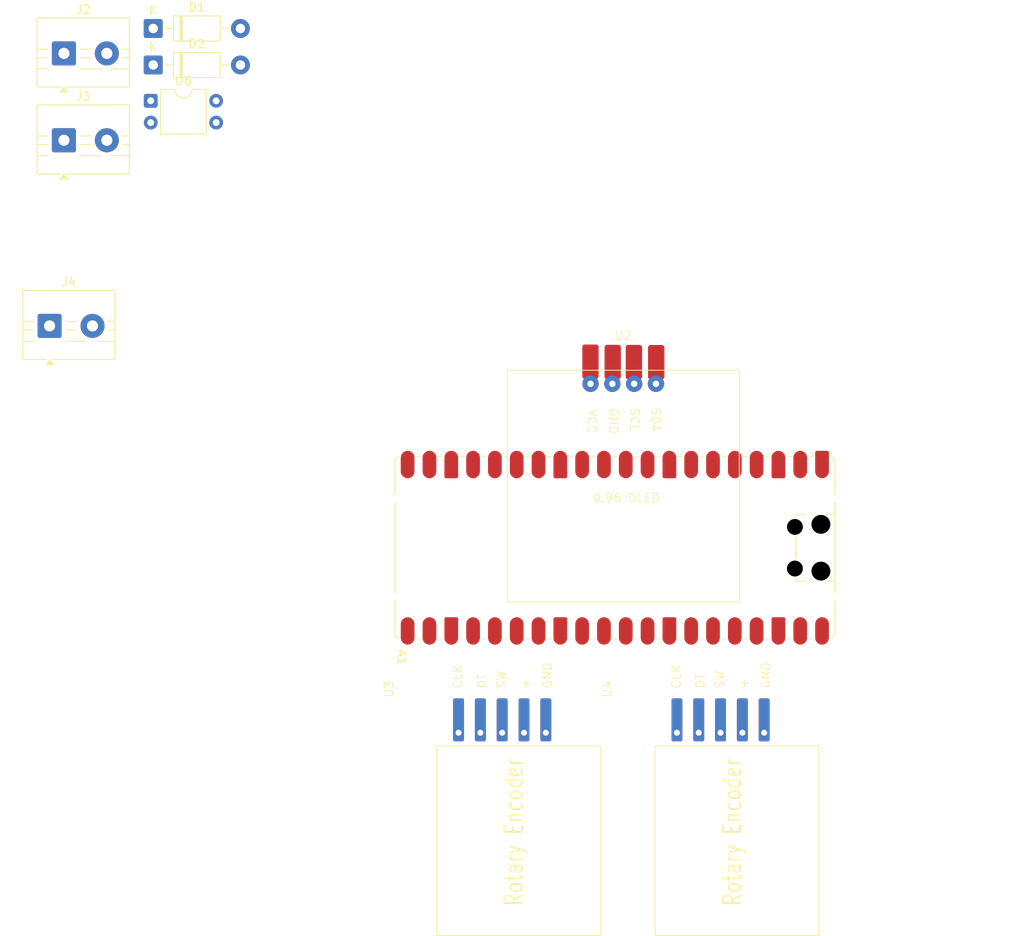
<source format=kicad_pcb>
(kicad_pcb (version 20241229) (generator "pcbnew") (generator_version "9.0")
  (layers (0 "F.Cu" signal) (2 "B.Cu" signal) (13 "F.Paste" user) (15 "B.Paste" user) (5 "F.SilkS" user "F.Silkscreen") (7 "B.SilkS" user "B.Silkscreen") (1 "F.Mask" user) (3 "B.Mask" user) (25 "Edge.Cuts" user))
  (net 0 "")
  (net 2 "SDA")
  (net 3 "GND")
  (net 23 "+3.3V")
  (net 24 "VSYS")
  (net 27 "SCL")
  (net 29 "Net-(D1-A)")
  (net 30 "Net-(D1-K)")
  (net 31 "Net-(D2-A)")
  (net 32 "Net-(J2-Pin_2)")
  (net 33 "Net-(J2-Pin_1)")
  (net 34 "Net-(J3-Pin_2)")
  (net 35 "Net-(J3-Pin_1)")
  (net 36 "Net-(J4-Pin_2)")
  (net 37 "Net-(J4-Pin_1)")
  (net 38 "/External_GPIO")
  (net 39 "/External_GND")
  (net 40 "Net-(R1-Pad2)")
  (net 41 "Left_RE_CLK")
  (net 42 "Left_RE_DT")
  (net 43 "Right_RE_SW")
  (net 44 "Right_RE_DT")
  (net 45 "Left_RE_SW")
  (net 46 "Right_RE_CLK")
  (footprint "TerminalBlock:TerminalBlock_MaiXu_MX126-5.0-02P_1x02_P5.00mm" (layer "F.Cu") (at 45.375 87.525)
    (property "Reference" "J4" (at 2.25 -5.12 0) (layer "F.SilkS"))
    (property "Value" "Screw_Terminal_01x02")
    (fp_line (start -3.12 -4.12) (end 7.62 -4.12) (stroke (width 0.12)) (layer "F.SilkS"))
    (fp_line (start -3.12 -0.5) (end -1.88 -0.5) (stroke (width 0.12)) (layer "F.SilkS"))
    (fp_line (start -3.12 0.5) (end -1.88 0.5) (stroke (width 0.12)) (layer "F.SilkS"))
    (fp_line (start -3.12 1.8) (end -1.88 1.8) (stroke (width 0.12)) (layer "F.SilkS"))
    (fp_line (start -3.12 3.92) (end -3.12 -4.12) (stroke (width 0.12)) (layer "F.SilkS"))
    (fp_line (start -0.3 3.92) (end -3.12 3.92) (stroke (width 0.12)) (layer "F.SilkS"))
    (fp_line (start 1.88 -0.5) (end 3.188 -0.5) (stroke (width 0.12)) (layer "F.SilkS"))
    (fp_line (start 1.88 0.5) (end 3.188 0.5) (stroke (width 0.12)) (layer "F.SilkS"))
    (fp_line (start 1.88 1.8) (end 4.457 1.8) (stroke (width 0.12)) (layer "F.SilkS"))
    (fp_line (start 5.543 1.8) (end 7.62 1.8) (stroke (width 0.12)) (layer "F.SilkS"))
    (fp_line (start 6.812 -0.5) (end 7.62 -0.5) (stroke (width 0.12)) (layer "F.SilkS"))
    (fp_line (start 6.812 0.5) (end 7.62 0.5) (stroke (width 0.12)) (layer "F.SilkS"))
    (fp_line (start 7.62 -4.12) (end 7.62 3.92) (stroke (width 0.12)) (layer "F.SilkS"))
    (fp_line (start 7.62 3.92) (end 0.3 3.92) (stroke (width 0.12)) (layer "F.SilkS"))
    (fp_poly (pts (xy 0 3.92) (xy 0.44 4.53) (xy -0.44 4.53)) (stroke (width 0.12)) (fill yes) (layer "F.SilkS"))
    (pad "1" thru_hole roundrect (at 0 0) (size 2.8 2.8) (drill 1.3) (layers "*.Cu" "*.Mask") (roundrect_rratio 0.089286) (net 37 "Net-(J4-Pin_1)"))
    (pad "2" thru_hole circle (at 5 0) (size 2.8 2.8) (drill 1.3) (layers "*.Cu" "*.Mask") (net 36 "Net-(J4-Pin_2)"))
  )
  (footprint "Taunoe_footprints:Tauno_Rotary_Encoder" (layer "F.Cu") (at 85.385 129.824 90)
    (property "Reference" "U3" (at 0 -0.5 90) (layer "F.SilkS") (effects (font (thickness 0.1))))
    (property "Value" "~")
    (fp_rect (start -28.702 5.08) (end -6.604 24.13) (stroke (width 0.1)) (fill no) (layer "F.SilkS"))
    (fp_text user "DT" (at 0 10.922 90) (layer "F.SilkS") (effects (font (thickness 0.1)) (justify left bottom)))
    (fp_text user "+" (at 0 16.002 90) (layer "F.SilkS") (effects (font (thickness 0.1)) (justify left bottom)))
    (fp_text user "SW" (at 0 13.208 90) (layer "F.SilkS") (effects (font (thickness 0.1)) (justify left bottom)))
    (fp_text user "Rotary Encoder" (at -25.4 15.24 90) (layer "F.SilkS") (effects (font (size 2 1.5) (thickness 0.2)) (justify left bottom)))
    (fp_text user "GND" (at 0 18.542 90) (layer "F.SilkS") (effects (font (thickness 0.1)) (justify left bottom)))
    (fp_text user "CLK" (at 0 8.128 90) (layer "F.SilkS") (effects (font (thickness 0.1)) (justify left bottom)))
    (pad "1" thru_hole roundrect (at -5.08 7.62 90) (size 5 1.27) (drill 0.7 (offset 1.5 0)) (layers "*.Cu" "*.Mask") (roundrect_rratio 0.15) (net 41 "Left_RE_CLK"))
    (pad "2" thru_hole roundrect (at -5.08 10.16 90) (size 5 1.27) (drill 0.7 (offset 1.5 0)) (layers "*.Cu" "*.Mask") (roundrect_rratio 0.15) (net 42 "Left_RE_DT"))
    (pad "3" thru_hole roundrect (at -5.08 12.7 90) (size 5 1.27) (drill 0.7 (offset 1.5 0)) (layers "*.Cu" "*.Mask") (roundrect_rratio 0.15) (net 45 "Left_RE_SW"))
    (pad "4" thru_hole roundrect (at -5.08 15.24 90) (size 5 1.27) (drill 0.7 (offset 1.5 0)) (layers "*.Cu" "*.Mask") (roundrect_rratio 0.15) (net 23 "+3.3V"))
    (pad "5" thru_hole roundrect (at -5.08 17.78 90) (size 5 1.27) (drill 0.7 (offset 1.5 0)) (layers "*.Cu" "*.Mask") (roundrect_rratio 0.15) (net 3 "GND"))
  )
  (footprint "TerminalBlock:TerminalBlock_MaiXu_MX126-5.0-02P_1x02_P5.00mm" (layer "F.Cu") (at 47.045 55.79)
    (property "Reference" "J2" (at 2.25 -5.12 0) (layer "F.SilkS"))
    (property "Value" "Screw_Terminal_01x02")
    (fp_line (start -3.12 -4.12) (end 7.62 -4.12) (stroke (width 0.12)) (layer "F.SilkS"))
    (fp_line (start -3.12 -0.5) (end -1.88 -0.5) (stroke (width 0.12)) (layer "F.SilkS"))
    (fp_line (start -3.12 0.5) (end -1.88 0.5) (stroke (width 0.12)) (layer "F.SilkS"))
    (fp_line (start -3.12 1.8) (end -1.88 1.8) (stroke (width 0.12)) (layer "F.SilkS"))
    (fp_line (start -3.12 3.92) (end -3.12 -4.12) (stroke (width 0.12)) (layer "F.SilkS"))
    (fp_line (start -0.3 3.92) (end -3.12 3.92) (stroke (width 0.12)) (layer "F.SilkS"))
    (fp_line (start 1.88 -0.5) (end 3.188 -0.5) (stroke (width 0.12)) (layer "F.SilkS"))
    (fp_line (start 1.88 0.5) (end 3.188 0.5) (stroke (width 0.12)) (layer "F.SilkS"))
    (fp_line (start 1.88 1.8) (end 4.457 1.8) (stroke (width 0.12)) (layer "F.SilkS"))
    (fp_line (start 5.543 1.8) (end 7.62 1.8) (stroke (width 0.12)) (layer "F.SilkS"))
    (fp_line (start 6.812 -0.5) (end 7.62 -0.5) (stroke (width 0.12)) (layer "F.SilkS"))
    (fp_line (start 6.812 0.5) (end 7.62 0.5) (stroke (width 0.12)) (layer "F.SilkS"))
    (fp_line (start 7.62 -4.12) (end 7.62 3.92) (stroke (width 0.12)) (layer "F.SilkS"))
    (fp_line (start 7.62 3.92) (end 0.3 3.92) (stroke (width 0.12)) (layer "F.SilkS"))
    (fp_poly (pts (xy 0 3.92) (xy 0.44 4.53) (xy -0.44 4.53)) (stroke (width 0.12)) (fill yes) (layer "F.SilkS"))
    (pad "1" thru_hole roundrect (at 0 0) (size 2.8 2.8) (drill 1.3) (layers "*.Cu" "*.Mask") (roundrect_rratio 0.089286) (net 33 "Net-(J2-Pin_1)"))
    (pad "2" thru_hole circle (at 5 0) (size 2.8 2.8) (drill 1.3) (layers "*.Cu" "*.Mask") (net 32 "Net-(J2-Pin_2)"))
  )
  (footprint "Diode_THT:D_DO-41_SOD81_P10.16mm_Horizontal" (layer "F.Cu") (at 57.445 52.89)
    (property "Reference" "D1" (at 5.08 -2.47 0) (layer "F.SilkS"))
    (property "Value" "1N4007")
    (fp_line (start 1.34 0) (end 2.36 0) (stroke (width 0.12)) (layer "F.SilkS"))
    (fp_line (start 3.14 -1.47) (end 3.14 1.47) (stroke (width 0.12)) (layer "F.SilkS"))
    (fp_line (start 3.26 -1.47) (end 3.26 1.47) (stroke (width 0.12)) (layer "F.SilkS"))
    (fp_line (start 3.38 -1.47) (end 3.38 1.47) (stroke (width 0.12)) (layer "F.SilkS"))
    (fp_line (start 8.82 0) (end 7.8 0) (stroke (width 0.12)) (layer "F.SilkS"))
    (fp_rect (start 2.36 -1.47) (end 7.8 1.47) (stroke (width 0.12)) (fill no) (layer "F.SilkS"))
    (fp_text user "K" (at 0 -2.1 0) (layer "F.SilkS"))
    (pad "1" thru_hole roundrect (at 0 0) (size 2.2 2.2) (drill 1.1) (layers "*.Cu" "*.Mask") (roundrect_rratio 0.113636) (net 30 "Net-(D1-K)"))
    (pad "2" thru_hole circle (at 10.16 0) (size 2.2 2.2) (drill 1.1) (layers "*.Cu" "*.Mask") (net 29 "Net-(D1-A)"))
  )
  (footprint "Package_DIP:DIP-4_W7.62mm" (layer "F.Cu") (at 57.155 61.31)
    (property "Reference" "U6" (at 3.81 -2.33 0) (layer "F.SilkS"))
    (property "Value" "PC817")
    (fp_line (start 1.16 -1.33) (end 1.16 3.87) (stroke (width 0.12)) (layer "F.SilkS"))
    (fp_line (start 1.16 3.87) (end 6.46 3.87) (stroke (width 0.12)) (layer "F.SilkS"))
    (fp_line (start 2.81 -1.33) (end 1.16 -1.33) (stroke (width 0.12)) (layer "F.SilkS"))
    (fp_line (start 6.46 -1.33) (end 4.81 -1.33) (stroke (width 0.12)) (layer "F.SilkS"))
    (fp_line (start 6.46 3.87) (end 6.46 -1.33) (stroke (width 0.12)) (layer "F.SilkS"))
    (fp_arc (start 4.81 -1.33) (mid 3.81 -0.33) (end 2.81 -1.33) (stroke (width 0.12)) (layer "F.SilkS"))
    (pad "1" thru_hole roundrect (at 0 0) (size 1.6 1.6) (drill 0.8) (layers "*.Cu" "*.Mask") (roundrect_rratio 0.15625) (net 40 "Net-(R1-Pad2)"))
    (pad "2" thru_hole circle (at 0 2.54) (size 1.6 1.6) (drill 0.8) (layers "*.Cu" "*.Mask") (net 3 "GND"))
    (pad "3" thru_hole circle (at 7.62 2.54) (size 1.6 1.6) (drill 0.8) (layers "*.Cu" "*.Mask") (net 39 "/External_GND"))
    (pad "4" thru_hole circle (at 7.62 0) (size 1.6 1.6) (drill 0.8) (layers "*.Cu" "*.Mask") (net 38 "/External_GPIO"))
  )
  (footprint "TerminalBlock:TerminalBlock_MaiXu_MX126-5.0-02P_1x02_P5.00mm" (layer "F.Cu") (at 47.045 65.905)
    (property "Reference" "J3" (at 2.25 -5.12 0) (layer "F.SilkS"))
    (property "Value" "Screw_Terminal_01x02")
    (fp_line (start -3.12 -4.12) (end 7.62 -4.12) (stroke (width 0.12)) (layer "F.SilkS"))
    (fp_line (start -3.12 -0.5) (end -1.88 -0.5) (stroke (width 0.12)) (layer "F.SilkS"))
    (fp_line (start -3.12 0.5) (end -1.88 0.5) (stroke (width 0.12)) (layer "F.SilkS"))
    (fp_line (start -3.12 1.8) (end -1.88 1.8) (stroke (width 0.12)) (layer "F.SilkS"))
    (fp_line (start -3.12 3.92) (end -3.12 -4.12) (stroke (width 0.12)) (layer "F.SilkS"))
    (fp_line (start -0.3 3.92) (end -3.12 3.92) (stroke (width 0.12)) (layer "F.SilkS"))
    (fp_line (start 1.88 -0.5) (end 3.188 -0.5) (stroke (width 0.12)) (layer "F.SilkS"))
    (fp_line (start 1.88 0.5) (end 3.188 0.5) (stroke (width 0.12)) (layer "F.SilkS"))
    (fp_line (start 1.88 1.8) (end 4.457 1.8) (stroke (width 0.12)) (layer "F.SilkS"))
    (fp_line (start 5.543 1.8) (end 7.62 1.8) (stroke (width 0.12)) (layer "F.SilkS"))
    (fp_line (start 6.812 -0.5) (end 7.62 -0.5) (stroke (width 0.12)) (layer "F.SilkS"))
    (fp_line (start 6.812 0.5) (end 7.62 0.5) (stroke (width 0.12)) (layer "F.SilkS"))
    (fp_line (start 7.62 -4.12) (end 7.62 3.92) (stroke (width 0.12)) (layer "F.SilkS"))
    (fp_line (start 7.62 3.92) (end 0.3 3.92) (stroke (width 0.12)) (layer "F.SilkS"))
    (fp_poly (pts (xy 0 3.92) (xy 0.44 4.53) (xy -0.44 4.53)) (stroke (width 0.12)) (fill yes) (layer "F.SilkS"))
    (pad "1" thru_hole roundrect (at 0 0) (size 2.8 2.8) (drill 1.3) (layers "*.Cu" "*.Mask") (roundrect_rratio 0.089286) (net 35 "Net-(J3-Pin_1)"))
    (pad "2" thru_hole circle (at 5 0) (size 2.8 2.8) (drill 1.3) (layers "*.Cu" "*.Mask") (net 34 "Net-(J3-Pin_2)"))
  )
  (footprint "Taunoe_footprints:Tauno_Rotary_Encoder" (layer "F.Cu") (at 110.815 129.824 90)
    (property "Reference" "U4" (at 0 -0.5 90) (layer "F.SilkS") (effects (font (thickness 0.1))))
    (property "Value" "~")
    (fp_rect (start -28.702 5.08) (end -6.604 24.13) (stroke (width 0.1)) (fill no) (layer "F.SilkS"))
    (fp_text user "DT" (at 0 10.922 90) (layer "F.SilkS") (effects (font (thickness 0.1)) (justify left bottom)))
    (fp_text user "SW" (at 0 13.208 90) (layer "F.SilkS") (effects (font (thickness 0.1)) (justify left bottom)))
    (fp_text user "CLK" (at 0 8.128 90) (layer "F.SilkS") (effects (font (thickness 0.1)) (justify left bottom)))
    (fp_text user "+" (at 0 16.002 90) (layer "F.SilkS") (effects (font (thickness 0.1)) (justify left bottom)))
    (fp_text user "GND" (at 0 18.542 90) (layer "F.SilkS") (effects (font (thickness 0.1)) (justify left bottom)))
    (fp_text user "Rotary Encoder" (at -25.4 15.24 90) (layer "F.SilkS") (effects (font (size 2 1.5) (thickness 0.2)) (justify left bottom)))
    (pad "1" thru_hole roundrect (at -5.08 7.62 90) (size 5 1.27) (drill 0.7 (offset 1.5 0)) (layers "*.Cu" "*.Mask") (roundrect_rratio 0.15) (net 46 "Right_RE_CLK"))
    (pad "2" thru_hole roundrect (at -5.08 10.16 90) (size 5 1.27) (drill 0.7 (offset 1.5 0)) (layers "*.Cu" "*.Mask") (roundrect_rratio 0.15) (net 44 "Right_RE_DT"))
    (pad "3" thru_hole roundrect (at -5.08 12.7 90) (size 5 1.27) (drill 0.7 (offset 1.5 0)) (layers "*.Cu" "*.Mask") (roundrect_rratio 0.15) (net 43 "Right_RE_SW"))
    (pad "4" thru_hole roundrect (at -5.08 15.24 90) (size 5 1.27) (drill 0.7 (offset 1.5 0)) (layers "*.Cu" "*.Mask") (roundrect_rratio 0.15) (net 23 "+3.3V"))
    (pad "5" thru_hole roundrect (at -5.08 17.78 90) (size 5 1.27) (drill 0.7 (offset 1.5 0)) (layers "*.Cu" "*.Mask") (roundrect_rratio 0.15) (net 3 "GND"))
  )
  (footprint "Module:RaspberryPi_Pico_Common_SMD" (layer "F.Cu") (at 111.205 113.36 -90)
    (property "Reference" "A1" (at 11.7475 24.765 270) (layer "F.SilkS") (effects (justify left)))
    (property "Value" "RaspberryPi_Pico")
    (fp_line (start -10 25.61) (end -6.162061 25.61) (stroke (width 0.12)) (layer "F.SilkS"))
    (fp_line (start -3.6 25.61) (end -5.237939 25.61) (stroke (width 0.12)) (layer "F.SilkS"))
    (fp_line (start 3.6 25.61) (end -3.6 25.61) (stroke (width 0.12)) (layer "F.SilkS"))
    (fp_line (start 5.237939 25.61) (end 3.6 25.61) (stroke (width 0.12)) (layer "F.SilkS"))
    (fp_line (start 6.162061 25.61) (end 10 25.61) (stroke (width 0.12)) (layer "F.SilkS"))
    (fp_line (start -10.61 22.65) (end -10.61 23.07) (stroke (width 0.12)) (layer "F.SilkS"))
    (fp_line (start 10.61 22.65) (end 10.61 23.07) (stroke (width 0.12)) (layer "F.SilkS"))
    (fp_line (start -10.61 20.11) (end -10.61 20.53) (stroke (width 0.12)) (layer "F.SilkS"))
    (fp_line (start 10.61 20.11) (end 10.61 20.53) (stroke (width 0.12)) (layer "F.SilkS"))
    (fp_line (start -10.61 17.57) (end -10.61 17.99) (stroke (width 0.12)) (layer "F.SilkS"))
    (fp_line (start 10.61 17.57) (end 10.61 17.99) (stroke (width 0.12)) (layer "F.SilkS"))
    (fp_line (start -10.61 15.03) (end -10.61 15.45) (stroke (width 0.12)) (layer "F.SilkS"))
    (fp_line (start 10.61 15.03) (end 10.61 15.45) (stroke (width 0.12)) (layer "F.SilkS"))
    (fp_line (start -10.61 12.49) (end -10.61 12.91) (stroke (width 0.12)) (layer "F.SilkS"))
    (fp_line (start 10.61 12.49) (end 10.61 12.91) (stroke (width 0.12)) (layer "F.SilkS"))
    (fp_line (start -10.61 9.95) (end -10.61 10.37) (stroke (width 0.12)) (layer "F.SilkS"))
    (fp_line (start 10.61 9.95) (end 10.61 10.37) (stroke (width 0.12)) (layer "F.SilkS"))
    (fp_line (start -10.61 7.41) (end -10.61 7.83) (stroke (width 0.12)) (layer "F.SilkS"))
    (fp_line (start 10.61 7.41) (end 10.61 7.83) (stroke (width 0.12)) (layer "F.SilkS"))
    (fp_line (start -10.61 4.87) (end -10.61 5.29) (stroke (width 0.12)) (layer "F.SilkS"))
    (fp_line (start 10.61 4.87) (end 10.61 5.29) (stroke (width 0.12)) (layer "F.SilkS"))
    (fp_line (start -10.61 2.33) (end -10.61 2.75) (stroke (width 0.12)) (layer "F.SilkS"))
    (fp_line (start 10.61 2.33) (end 10.61 2.75) (stroke (width 0.12)) (layer "F.SilkS"))
    (fp_line (start -10.61 -0.21) (end -10.61 0.21) (stroke (width 0.12)) (layer "F.SilkS"))
    (fp_line (start 10.61 -0.21) (end 10.61 0.21) (stroke (width 0.12)) (layer "F.SilkS"))
    (fp_line (start -10.61 -2.75) (end -10.61 -2.33) (stroke (width 0.12)) (layer "F.SilkS"))
    (fp_line (start 10.61 -2.75) (end 10.61 -2.33) (stroke (width 0.12)) (layer "F.SilkS"))
    (fp_line (start -10.61 -5.29) (end -10.61 -4.87) (stroke (width 0.12)) (layer "F.SilkS"))
    (fp_line (start 10.61 -5.29) (end 10.61 -4.87) (stroke (width 0.12)) (layer "F.SilkS"))
    (fp_line (start -10.61 -7.83) (end -10.61 -7.41) (stroke (width 0.12)) (layer "F.SilkS"))
    (fp_line (start 10.61 -7.83) (end 10.61 -7.41) (stroke (width 0.12)) (layer "F.SilkS"))
    (fp_line (start -10.61 -10.37) (end -10.61 -9.95) (stroke (width 0.12)) (layer "F.SilkS"))
    (fp_line (start 10.61 -10.37) (end 10.61 -9.95) (stroke (width 0.12)) (layer "F.SilkS"))
    (fp_line (start -10.61 -12.91) (end -10.61 -12.49) (stroke (width 0.12)) (layer "F.SilkS"))
    (fp_line (start 10.61 -12.91) (end 10.61 -12.49) (stroke (width 0.12)) (layer "F.SilkS"))
    (fp_line (start -10.61 -15.45) (end -10.61 -15.03) (stroke (width 0.12)) (layer "F.SilkS"))
    (fp_line (start 10.61 -15.45) (end 10.61 -15.03) (stroke (width 0.12)) (layer "F.SilkS"))
    (fp_line (start -10.61 -17.99) (end -10.61 -17.57) (stroke (width 0.12)) (layer "F.SilkS"))
    (fp_line (start 10.61 -17.99) (end 10.61 -17.57) (stroke (width 0.12)) (layer "F.SilkS"))
    (fp_line (start -10.61 -20.53) (end -10.61 -20.11) (stroke (width 0.12)) (layer "F.SilkS"))
    (fp_line (start 10.61 -20.53) (end 10.61 -20.11) (stroke (width 0.12)) (layer "F.SilkS"))
    (fp_line (start -3.9 -21.09) (end -3.60391 -21.09) (stroke (width 0.12)) (layer "F.SilkS"))
    (fp_line (start -1.24609 -21.09) (end 1.24609 -21.09) (stroke (width 0.12)) (layer "F.SilkS"))
    (fp_line (start 3.60391 -21.09) (end 3.9 -21.09) (stroke (width 0.12)) (layer "F.SilkS"))
    (fp_line (start -3.9 -22.306) (end -3.9 -21.09) (stroke (width 0.12)) (layer "F.SilkS"))
    (fp_line (start 3.9 -22.306) (end 3.9 -21.09) (stroke (width 0.12)) (layer "F.SilkS"))
    (fp_line (start -10.61 -23.07) (end -10.61 -22.65) (stroke (width 0.12)) (layer "F.SilkS"))
    (fp_line (start -10.61 -23.07) (end -11.09 -23.07) (stroke (width 0.12)) (layer "F.SilkS"))
    (fp_line (start 10.61 -23.07) (end 10.61 -22.65) (stroke (width 0.12)) (layer "F.SilkS"))
    (fp_line (start -10.579676 -25.19) (end -11.09 -25.19) (stroke (width 0.12)) (layer "F.SilkS"))
    (fp_line (start -10 -25.61) (end -7.51 -25.61) (stroke (width 0.12)) (layer "F.SilkS"))
    (fp_line (start -7.51 -25.61) (end -6.16206 -25.61) (stroke (width 0.12)) (layer "F.SilkS"))
    (fp_line (start -5.237939 -25.61) (end -4.235 -25.61) (stroke (width 0.12)) (layer "F.SilkS"))
    (fp_line (start -4.235 -25.61) (end 4.235 -25.61) (stroke (width 0.12)) (layer "F.SilkS"))
    (fp_line (start -3.9 -25.61) (end -3.9 -24.694) (stroke (width 0.12)) (layer "F.SilkS"))
    (fp_line (start 3.9 -25.61) (end 3.9 -24.694) (stroke (width 0.12)) (layer "F.SilkS"))
    (fp_line (start 4.235 -25.61) (end 5.237939 -25.61) (stroke (width 0.12)) (layer "F.SilkS"))
    (fp_line (start 6.162061 -25.61) (end 7.51 -25.61) (stroke (width 0.12)) (layer "F.SilkS"))
    (fp_line (start 10 -25.61) (end 7.51 -25.61) (stroke (width 0.12)) (layer "F.SilkS"))
    (fp_arc (start -10 25.61) (mid -10.357937 25.493944) (end -10.579676 25.189937) (stroke (width 0.12)) (layer "F.SilkS"))
    (fp_arc (start 10.579676 25.189937) (mid 10.357946 25.493957) (end 10 25.61) (stroke (width 0.12)) (layer "F.SilkS"))
    (fp_arc (start -10.579676 -25.19) (mid -10.357938 -25.493944) (end -10 -25.61) (stroke (width 0.12)) (layer "F.SilkS"))
    (fp_arc (start 10 -25.61) (mid 10.357937 -25.493944) (end 10.579676 -25.189937) (stroke (width 0.12)) (layer "F.SilkS"))
    (pad "" smd rect (at -8.89 -24.13 270) (size 3.8 2.2) (drill (offset -0.8 0)) (layers "F.Paste"))
    (pad "" smd rect (at -8.89 -21.59 270) (size 3.8 2.2) (drill (offset -0.8 0)) (layers "F.Paste"))
    (pad "" smd rect (at -8.89 -19.05 270) (size 3.8 2.2) (drill (offset -0.8 0)) (layers "F.Paste"))
    (pad "" smd rect (at -8.89 -16.51 270) (size 3.8 2.2) (drill (offset -0.8 0)) (layers "F.Paste"))
    (pad "" smd rect (at -8.89 -13.97 270) (size 3.8 2.2) (drill (offset -0.8 0)) (layers "F.Paste"))
    (pad "" smd rect (at -8.89 -11.43 270) (size 3.8 2.2) (drill (offset -0.8 0)) (layers "F.Paste"))
    (pad "" smd rect (at -8.89 -8.89 270) (size 3.8 2.2) (drill (offset -0.8 0)) (layers "F.Paste"))
    (pad "" smd rect (at -8.89 -6.35 270) (size 3.8 2.2) (drill (offset -0.8 0)) (layers "F.Paste"))
    (pad "" smd rect (at -8.89 -3.81 270) (size 3.8 2.2) (drill (offset -0.8 0)) (layers "F.Paste"))
    (pad "" smd rect (at -8.89 -1.27 270) (size 3.8 2.2) (drill (offset -0.8 0)) (layers "F.Paste"))
    (pad "" smd rect (at -8.89 1.27 270) (size 3.8 2.2) (drill (offset -0.8 0)) (layers "F.Paste"))
    (pad "" smd rect (at -8.89 3.81 270) (size 3.8 2.2) (drill (offset -0.8 0)) (layers "F.Paste"))
    (pad "" smd rect (at -8.89 6.35 270) (size 3.8 2.2) (drill (offset -0.8 0)) (layers "F.Paste"))
    (pad "" smd rect (at -8.89 8.89 270) (size 3.8 2.2) (drill (offset -0.8 0)) (layers "F.Paste"))
    (pad "" smd rect (at -8.89 11.43 270) (size 3.8 2.2) (drill (offset -0.8 0)) (layers "F.Paste"))
    (pad "" smd rect (at -8.89 13.97 270) (size 3.8 2.2) (drill (offset -0.8 0)) (layers "F.Paste"))
    (pad "" smd rect (at -8.89 16.51 270) (size 3.8 2.2) (drill (offset -0.8 0)) (layers "F.Paste"))
    (pad "" smd rect (at -8.89 19.05 270) (size 3.8 2.2) (drill (offset -0.8 0)) (layers "F.Paste"))
    (pad "" smd rect (at -8.89 21.59 270) (size 3.8 2.2) (drill (offset -0.8 0)) (layers "F.Paste"))
    (pad "" smd rect (at -8.89 24.13 270) (size 3.8 2.2) (drill (offset -0.8 0)) (layers "F.Paste"))
    (pad "" np_thru_hole circle (at -2.725 -24 270) (size 2.2 2.2) (drill 2.2) (layers "*.Mask"))
    (pad "" np_thru_hole circle (at -2.425 -20.97 270) (size 1.85 1.85) (drill 1.85) (layers "*.Mask"))
    (pad "" np_thru_hole circle (at 2.425 -20.97 270) (size 1.85 1.85) (drill 1.85) (layers "*.Mask"))
    (pad "" np_thru_hole circle (at 2.725 -24 270) (size 2.2 2.2) (drill 2.2) (layers "*.Mask"))
    (pad "" smd rect (at 8.89 -24.13 270) (size 3.8 2.2) (drill (offset 0.8 0)) (layers "F.Paste"))
    (pad "" smd rect (at 8.89 -21.59 270) (size 3.8 2.2) (drill (offset 0.8 0)) (layers "F.Paste"))
    (pad "" smd rect (at 8.89 -19.05 270) (size 3.8 2.2) (drill (offset 0.8 0)) (layers "F.Paste"))
    (pad "" smd rect (at 8.89 -16.51 270) (size 3.8 2.2) (drill (offset 0.8 0)) (layers "F.Paste"))
    (pad "" smd rect (at 8.89 -13.97 270) (size 3.8 2.2) (drill (offset 0.8 0)) (layers "F.Paste"))
    (pad "" smd rect (at 8.89 -11.43 270) (size 3.8 2.2) (drill (offset 0.8 0)) (layers "F.Paste"))
    (pad "" smd rect (at 8.89 -8.89 270) (size 3.8 2.2) (drill (offset 0.8 0)) (layers "F.Paste"))
    (pad "" smd rect (at 8.89 -6.35 270) (size 3.8 2.2) (drill (offset 0.8 0)) (layers "F.Paste"))
    (pad "" smd rect (at 8.89 -3.81 270) (size 3.8 2.2) (drill (offset 0.8 0)) (layers "F.Paste"))
    (pad "" smd rect (at 8.89 -1.27 270) (size 3.8 2.2) (drill (offset 0.8 0)) (layers "F.Paste"))
    (pad "" smd rect (at 8.89 1.27 270) (size 3.8 2.2) (drill (offset 0.8 0)) (layers "F.Paste"))
    (pad "" smd rect (at 8.89 3.81 270) (size 3.8 2.2) (drill (offset 0.8 0)) (layers "F.Paste"))
    (pad "" smd rect (at 8.89 6.35 270) (size 3.8 2.2) (drill (offset 0.8 0)) (layers "F.Paste"))
    (pad "" smd rect (at 8.89 8.89 270) (size 3.8 2.2) (drill (offset 0.8 0)) (layers "F.Paste"))
    (pad "" smd rect (at 8.89 11.43 270) (size 3.8 2.2) (drill (offset 0.8 0)) (layers "F.Paste"))
    (pad "" smd rect (at 8.89 13.97 270) (size 3.8 2.2) (drill (offset 0.8 0)) (layers "F.Paste"))
    (pad "" smd rect (at 8.89 16.51 270) (size 3.8 2.2) (drill (offset 0.8 0)) (layers "F.Paste"))
    (pad "" smd rect (at 8.89 19.05 270) (size 3.8 2.2) (drill (offset 0.8 0)) (layers "F.Paste"))
    (pad "" smd rect (at 8.89 21.59 270) (size 3.8 2.2) (drill (offset 0.8 0)) (layers "F.Paste"))
    (pad "" smd rect (at 8.89 24.13 270) (size 3.8 2.2) (drill (offset 0.8 0)) (layers "F.Paste"))
    (pad "1" smd custom (at -9.69 -24.13 270) (size 1.6 0.8) (layers "F.Cu" "F.Mask") (options (clearance outline) (anchor rect)) (primitives (gr_circle (center 0.8 0) (end 1.6 0) (width 0) (fill yes)) (gr_poly (pts (xy -1.6 -0.6) (xy -1.6 0.6) (xy -1.4 0.8) (xy 0.8 0.8) (xy 0.8 -0.8) (xy -1.4 -0.8)) (width 0) (fill yes)) (gr_circle (center -1.4 -0.6) (end -1.2 -0.6) (width 0) (fill yes)) (gr_circle (center -1.4 0.6) (end -1.2 0.6) (width 0) (fill yes))))
    (pad "2" smd roundrect (at -9.69 -21.59 270) (size 3.2 1.6) (layers "F.Cu" "F.Mask") (roundrect_rratio 0.5))
    (pad "3" smd custom (at -9.69 -19.05 270) (size 1.6 0.8) (layers "F.Cu" "F.Mask") (net 3 "GND") (options (clearance outline) (anchor rect)) (primitives (gr_circle (center -0.8 0) (end 0 0) (width 0) (fill yes)) (gr_poly (pts (xy 1.6 -0.6) (xy 1.6 0.6) (xy 1.4 0.8) (xy -0.8 0.8) (xy -0.8 -0.8) (xy 1.4 -0.8)) (width 0) (fill yes)) (gr_circle (center 1.4 -0.6) (end 1.6 -0.6) (width 0) (fill yes)) (gr_circle (center 1.4 0.6) (end 1.6 0.6) (width 0) (fill yes))))
    (pad "4" smd roundrect (at -9.69 -16.51 270) (size 3.2 1.6) (layers "F.Cu" "F.Mask") (roundrect_rratio 0.5))
    (pad "5" smd roundrect (at -9.69 -13.97 270) (size 3.2 1.6) (layers "F.Cu" "F.Mask") (roundrect_rratio 0.5))
    (pad "6" smd roundrect (at -9.69 -11.43 270) (size 3.2 1.6) (layers "F.Cu" "F.Mask") (roundrect_rratio 0.5) (net 2 "SDA"))
    (pad "7" smd roundrect (at -9.69 -8.89 270) (size 3.2 1.6) (layers "F.Cu" "F.Mask") (roundrect_rratio 0.5) (net 27 "SCL"))
    (pad "8" smd custom (at -9.69 -6.35 270) (size 1.6 0.8) (layers "F.Cu" "F.Mask") (net 3 "GND") (options (clearance outline) (anchor rect)) (primitives (gr_circle (center -0.8 0) (end 0 0) (width 0) (fill yes)) (gr_poly (pts (xy 1.6 -0.6) (xy 1.6 0.6) (xy 1.4 0.8) (xy -0.8 0.8) (xy -0.8 -0.8) (xy 1.4 -0.8)) (width 0) (fill yes)) (gr_circle (center 1.4 -0.6) (end 1.6 -0.6) (width 0) (fill yes)) (gr_circle (center 1.4 0.6) (end 1.6 0.6) (width 0) (fill yes))))
    (pad "9" smd roundrect (at -9.69 -3.81 270) (size 3.2 1.6) (layers "F.Cu" "F.Mask") (roundrect_rratio 0.5))
    (pad "10" smd roundrect (at -9.69 -1.27 270) (size 3.2 1.6) (layers "F.Cu" "F.Mask") (roundrect_rratio 0.5))
    (pad "11" smd roundrect (at -9.69 1.27 270) (size 3.2 1.6) (layers "F.Cu" "F.Mask") (roundrect_rratio 0.5))
    (pad "12" smd roundrect (at -9.69 3.81 270) (size 3.2 1.6) (layers "F.Cu" "F.Mask") (roundrect_rratio 0.5))
    (pad "13" smd custom (at -9.69 6.35 270) (size 1.6 0.8) (layers "F.Cu" "F.Mask") (net 3 "GND") (options (clearance outline) (anchor rect)) (primitives (gr_circle (center -0.8 0) (end 0 0) (width 0) (fill yes)) (gr_poly (pts (xy 1.6 -0.6) (xy 1.6 0.6) (xy 1.4 0.8) (xy -0.8 0.8) (xy -0.8 -0.8) (xy 1.4 -0.8)) (width 0) (fill yes)) (gr_circle (center 1.4 -0.6) (end 1.6 -0.6) (width 0) (fill yes)) (gr_circle (center 1.4 0.6) (end 1.6 0.6) (width 0) (fill yes))))
    (pad "14" smd roundrect (at -9.69 8.89 270) (size 3.2 1.6) (layers "F.Cu" "F.Mask") (roundrect_rratio 0.5))
    (pad "15" smd roundrect (at -9.69 11.43 270) (size 3.2 1.6) (layers "F.Cu" "F.Mask") (roundrect_rratio 0.5))
    (pad "16" smd roundrect (at -9.69 13.97 270) (size 3.2 1.6) (layers "F.Cu" "F.Mask") (roundrect_rratio 0.5))
    (pad "17" smd roundrect (at -9.69 16.51 270) (size 3.2 1.6) (layers "F.Cu" "F.Mask") (roundrect_rratio 0.5))
    (pad "18" smd custom (at -9.69 19.05 270) (size 1.6 0.8) (layers "F.Cu" "F.Mask") (net 3 "GND") (options (clearance outline) (anchor rect)) (primitives (gr_circle (center -0.8 0) (end 0 0) (width 0) (fill yes)) (gr_poly (pts (xy 1.6 -0.6) (xy 1.6 0.6) (xy 1.4 0.8) (xy -0.8 0.8) (xy -0.8 -0.8) (xy 1.4 -0.8)) (width 0) (fill yes)) (gr_circle (center 1.4 -0.6) (end 1.6 -0.6) (width 0) (fill yes)) (gr_circle (center 1.4 0.6) (end 1.6 0.6) (width 0) (fill yes))))
    (pad "19" smd roundrect (at -9.69 21.59 270) (size 3.2 1.6) (layers "F.Cu" "F.Mask") (roundrect_rratio 0.5))
    (pad "20" smd roundrect (at -9.69 24.13 270) (size 3.2 1.6) (layers "F.Cu" "F.Mask") (roundrect_rratio 0.5))
    (pad "21" smd roundrect (at 9.69 24.13 270) (size 3.2 1.6) (layers "F.Cu" "F.Mask") (roundrect_rratio 0.5) (net 41 "Left_RE_CLK"))
    (pad "22" smd roundrect (at 9.69 21.59 270) (size 3.2 1.6) (layers "F.Cu" "F.Mask") (roundrect_rratio 0.5) (net 42 "Left_RE_DT"))
    (pad "23" smd custom (at 9.69 19.05 270) (size 1.6 0.8) (layers "F.Cu" "F.Mask") (net 3 "GND") (options (clearance outline) (anchor rect)) (primitives (gr_circle (center 0.8 0) (end 1.6 0) (width 0) (fill yes)) (gr_poly (pts (xy -1.6 -0.6) (xy -1.6 0.6) (xy -1.4 0.8) (xy 0.8 0.8) (xy 0.8 -0.8) (xy -1.4 -0.8)) (width 0) (fill yes)) (gr_circle (center -1.4 -0.6) (end -1.2 -0.6) (width 0) (fill yes)) (gr_circle (center -1.4 0.6) (end -1.2 0.6) (width 0) (fill yes))))
    (pad "24" smd roundrect (at 9.69 16.51 270) (size 3.2 1.6) (layers "F.Cu" "F.Mask") (roundrect_rratio 0.5) (net 45 "Left_RE_SW"))
    (pad "25" smd roundrect (at 9.69 13.97 270) (size 3.2 1.6) (layers "F.Cu" "F.Mask") (roundrect_rratio 0.5) (net 46 "Right_RE_CLK"))
    (pad "26" smd roundrect (at 9.69 11.43 270) (size 3.2 1.6) (layers "F.Cu" "F.Mask") (roundrect_rratio 0.5) (net 44 "Right_RE_DT"))
    (pad "27" smd roundrect (at 9.69 8.89 270) (size 3.2 1.6) (layers "F.Cu" "F.Mask") (roundrect_rratio 0.5) (net 43 "Right_RE_SW"))
    (pad "28" smd custom (at 9.69 6.35 270) (size 1.6 0.8) (layers "F.Cu" "F.Mask") (net 3 "GND") (options (clearance outline) (anchor rect)) (primitives (gr_circle (center 0.8 0) (end 1.6 0) (width 0) (fill yes)) (gr_poly (pts (xy -1.6 -0.6) (xy -1.6 0.6) (xy -1.4 0.8) (xy 0.8 0.8) (xy 0.8 -0.8) (xy -1.4 -0.8)) (width 0) (fill yes)) (gr_circle (center -1.4 -0.6) (end -1.2 -0.6) (width 0) (fill yes)) (gr_circle (center -1.4 0.6) (end -1.2 0.6) (width 0) (fill yes))))
    (pad "29" smd roundrect (at 9.69 3.81 270) (size 3.2 1.6) (layers "F.Cu" "F.Mask") (roundrect_rratio 0.5))
    (pad "30" smd roundrect (at 9.69 1.27 270) (size 3.2 1.6) (layers "F.Cu" "F.Mask") (roundrect_rratio 0.5))
    (pad "31" smd roundrect (at 9.69 -1.27 270) (size 3.2 1.6) (layers "F.Cu" "F.Mask") (roundrect_rratio 0.5))
    (pad "32" smd roundrect (at 9.69 -3.81 270) (size 3.2 1.6) (layers "F.Cu" "F.Mask") (roundrect_rratio 0.5))
    (pad "33" smd custom (at 9.69 -6.35 270) (size 1.6 0.8) (layers "F.Cu" "F.Mask") (options (clearance outline) (anchor rect)) (primitives (gr_circle (center 0.8 0) (end 1.6 0) (width 0) (fill yes)) (gr_poly (pts (xy -1.6 -0.6) (xy -1.6 0.6) (xy -1.4 0.8) (xy 0.8 0.8) (xy 0.8 -0.8) (xy -1.4 -0.8)) (width 0) (fill yes)) (gr_circle (center -1.4 -0.6) (end -1.2 -0.6) (width 0) (fill yes)) (gr_circle (center -1.4 0.6) (end -1.2 0.6) (width 0) (fill yes))))
    (pad "34" smd roundrect (at 9.69 -8.89 270) (size 3.2 1.6) (layers "F.Cu" "F.Mask") (roundrect_rratio 0.5))
    (pad "35" smd roundrect (at 9.69 -11.43 270) (size 3.2 1.6) (layers "F.Cu" "F.Mask") (roundrect_rratio 0.5))
    (pad "36" smd roundrect (at 9.69 -13.97 270) (size 3.2 1.6) (layers "F.Cu" "F.Mask") (roundrect_rratio 0.5) (net 23 "+3.3V"))
    (pad "37" smd roundrect (at 9.69 -16.51 270) (size 3.2 1.6) (layers "F.Cu" "F.Mask") (roundrect_rratio 0.5))
    (pad "38" smd custom (at 9.69 -19.05 270) (size 1.6 0.8) (layers "F.Cu" "F.Mask") (net 3 "GND") (options (clearance outline) (anchor rect)) (primitives (gr_circle (center 0.8 0) (end 1.6 0) (width 0) (fill yes)) (gr_poly (pts (xy -1.6 -0.6) (xy -1.6 0.6) (xy -1.4 0.8) (xy 0.8 0.8) (xy 0.8 -0.8) (xy -1.4 -0.8)) (width 0) (fill yes)) (gr_circle (center -1.4 -0.6) (end -1.2 -0.6) (width 0) (fill yes)) (gr_circle (center -1.4 0.6) (end -1.2 0.6) (width 0) (fill yes))))
    (pad "39" smd roundrect (at 9.69 -21.59 270) (size 3.2 1.6) (layers "F.Cu" "F.Mask") (roundrect_rratio 0.5) (net 24 "VSYS"))
    (pad "40" smd roundrect (at 9.69 -24.13 270) (size 3.2 1.6) (layers "F.Cu" "F.Mask") (roundrect_rratio 0.5))
  )
  (footprint "Taunoe_footprints:Tauno_OLED_ssd1306" (layer "F.Cu") (at 112.195 89.19)
    (property "Reference" "U2" (at 0 -0.5 0) (layer "F.SilkS") (effects (font (thickness 0.1))))
    (property "Value" "Tauno_Oled_096_SSD1306")
    (fp_rect (start -13.5 3.5) (end 13.5 30.5) (stroke (width 0.1)) (fill no) (layer "F.SilkS"))
    (fp_text user "0.96 OLED" (at -3.64 18.95 0) (layer "F.SilkS") (effects (font (thickness 0.1)) (justify left bottom)))
    (fp_text user "SCL" (at 0.73 7.82 270) (layer "F.SilkS") (effects (font (thickness 0.1)) (justify left bottom)))
    (fp_text user "VCC" (at -4.24 7.93 270) (layer "F.SilkS") (effects (font (thickness 0.1)) (justify left bottom)))
    (fp_text user "GND" (at -1.74 7.82 270) (layer "F.SilkS") (effects (font (thickness 0.1)) (justify left bottom)))
    (fp_text user "SDA" (at 3.2 7.79 270) (layer "F.SilkS") (effects (font (thickness 0.1)) (justify left bottom)))
    (pad "1" thru_hole circle (at -3.82 5.08) (size 1.905 1.905) (drill 0.75) (layers "*.Cu" "*.Mask") (net 23 "+3.3V") (clearance 0.3))
    (pad "2" thru_hole circle (at -1.28 5.08) (size 1.905 1.905) (drill 0.75) (layers "*.Cu" "*.Mask") (net 3 "GND") (clearance 0.3))
    (pad "3" thru_hole circle (at 1.26 5.08) (size 1.905 1.905) (drill 0.75) (layers "*.Cu" "*.Mask") (net 27 "SCL") (clearance 0.3))
    (pad "4" thru_hole circle (at 3.8 5.08) (size 1.905 1.905) (drill 0.75) (layers "*.Cu" "*.Mask") (net 2 "SDA") (clearance 0.3))
    (pad "5" smd roundrect (at -3.83 2.5) (size 1.905 4) (layers "F.Cu" "F.Mask" "F.Paste") (roundrect_rratio 0.15))
    (pad "6" smd roundrect (at -1.24 2.54) (size 1.905 4) (layers "F.Cu" "F.Mask" "F.Paste") (roundrect_rratio 0.15))
    (pad "7" smd roundrect (at 1.23 2.55) (size 1.905 4) (layers "F.Cu" "F.Mask" "F.Paste") (roundrect_rratio 0.15))
    (pad "8" smd roundrect (at 3.83 2.56) (size 1.905 4) (layers "F.Cu" "F.Mask" "F.Paste") (roundrect_rratio 0.15))
  )
  (footprint "Diode_THT:D_DO-41_SOD81_P10.16mm_Horizontal" (layer "F.Cu") (at 57.445 57.14)
    (property "Reference" "D2" (at 5.08 -2.47 0) (layer "F.SilkS"))
    (property "Value" "1N4007")
    (fp_line (start 1.34 0) (end 2.36 0) (stroke (width 0.12)) (layer "F.SilkS"))
    (fp_line (start 3.14 -1.47) (end 3.14 1.47) (stroke (width 0.12)) (layer "F.SilkS"))
    (fp_line (start 3.26 -1.47) (end 3.26 1.47) (stroke (width 0.12)) (layer "F.SilkS"))
    (fp_line (start 3.38 -1.47) (end 3.38 1.47) (stroke (width 0.12)) (layer "F.SilkS"))
    (fp_line (start 8.82 0) (end 7.8 0) (stroke (width 0.12)) (layer "F.SilkS"))
    (fp_rect (start 2.36 -1.47) (end 7.8 1.47) (stroke (width 0.12)) (fill no) (layer "F.SilkS"))
    (fp_text user "K" (at 0 -2.1 0) (layer "F.SilkS"))
    (pad "1" thru_hole roundrect (at 0 0) (size 2.2 2.2) (drill 1.1) (layers "*.Cu" "*.Mask") (roundrect_rratio 0.113636) (net 29 "Net-(D1-A)"))
    (pad "2" thru_hole circle (at 10.16 0) (size 2.2 2.2) (drill 1.1) (layers "*.Cu" "*.Mask") (net 31 "Net-(D2-A)"))
  )
)
</source>
